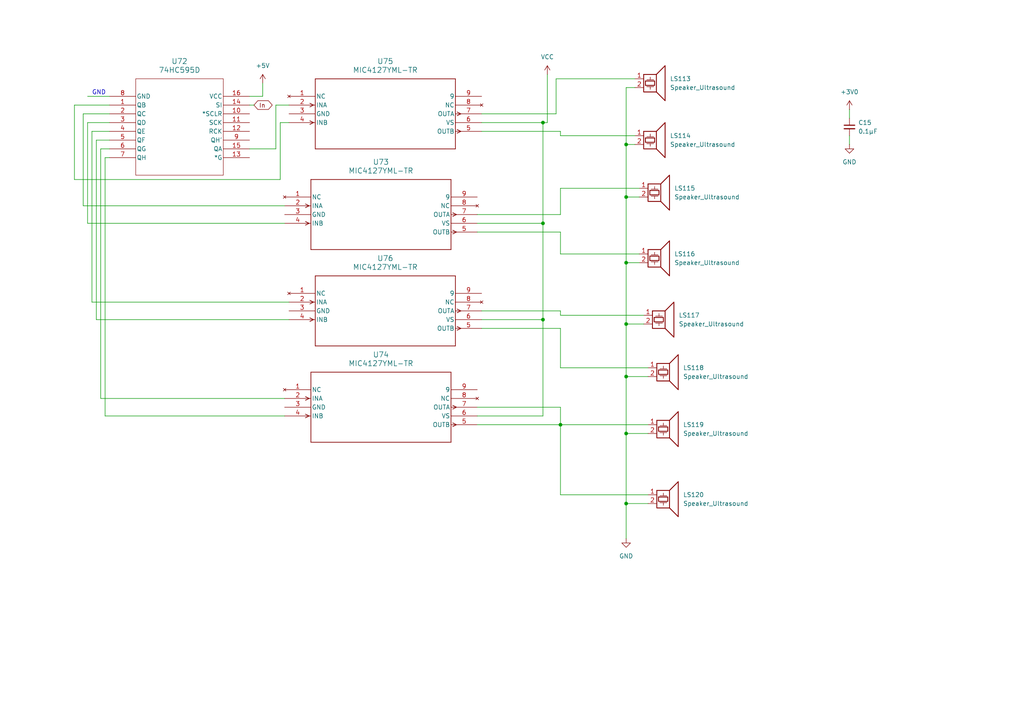
<source format=kicad_sch>
(kicad_sch (version 20250114) (generator "eeschema") (generator_version "9.0")
  (paper "A4")
  (lib_symbols
    (symbol "2025-12-28_09-02-17:MIC4127YML-TR" (pin_names (offset 0.254))
      (property "Reference" "U" (at 27.94 10.16 0))
      (property "Value" "MIC4127YML-TR" (at 27.94 7.62 0))
      (symbol "MIC4127YML-TR_0_1"
        (polyline (pts (xy 7.0993 -2.54) (xy 6.0579 -2.0193)) (stroke (width 0.2032)))
        (polyline (pts (xy 7.0993 -2.54) (xy 6.0579 -3.0607)) (stroke (width 0.2032)))
        (polyline (pts (xy 7.0993 -7.62) (xy 6.0579 -7.0993)) (stroke (width 0.2032)))
        (polyline (pts (xy 7.0993 -7.62) (xy 6.0579 -8.1407)) (stroke (width 0.2032)))
        (polyline (pts (xy 7.62 5.08) (xy 7.62 -15.24)) (stroke (width 0.2032)))
        (polyline (pts (xy 7.62 -15.24) (xy 48.26 -15.24)) (stroke (width 0.2032)))
        (polyline (pts (xy 48.26 5.08) (xy 7.62 5.08)) (stroke (width 0.2032)))
        (polyline (pts (xy 48.26 -15.24) (xy 48.26 5.08)) (stroke (width 0.2032)))
        (polyline (pts (xy 48.7807 -4.5593) (xy 49.8221 -5.08)) (stroke (width 0.2032)))
        (polyline (pts (xy 48.7807 -5.6007) (xy 49.8221 -5.08)) (stroke (width 0.2032)))
        (polyline (pts (xy 48.7807 -9.6393) (xy 49.8221 -10.16)) (stroke (width 0.2032)))
        (polyline (pts (xy 48.7807 -10.6807) (xy 49.8221 -10.16)) (stroke (width 0.2032)))
        (pin no_connect line (at 0 0 0) (length 7.62) (name "NC") (number "1"))
        (pin input line (at 0 -2.54 0) (length 7.62) (name "INA") (number "2"))
        (pin power_in line (at 0 -5.08 0) (length 7.62) (name "GND") (number "3"))
        (pin input line (at 0 -7.62 0) (length 7.62) (name "INB") (number "4"))
        (pin unspecified line (at 55.88 0 180) (length 7.62) (name "9") (number "9"))
        (pin no_connect line (at 55.88 -2.54 180) (length 7.62) (name "NC") (number "8"))
        (pin output line (at 55.88 -5.08 180) (length 7.62) (name "OUTA") (number "7"))
        (pin power_in line (at 55.88 -7.62 180) (length 7.62) (name "VS") (number "6"))
        (pin output line (at 55.88 -10.16 180) (length 7.62) (name "OUTB") (number "5"))
      )
    )
    (symbol "2025-12-28_09-22-42:74HC595D" (pin_names (offset 0.254))
      (property "Reference" "U" (at 20.32 10.16 0))
      (property "Value" "74HC595D" (at 20.32 7.62 0))
      (symbol "74HC595D_0_1"
        (polyline (pts (xy 7.62 5.08) (xy 7.62 -22.86)) (stroke (width 0.127)))
        (polyline (pts (xy 7.62 -22.86) (xy 33.02 -22.86)) (stroke (width 0.127)))
        (polyline (pts (xy 33.02 5.08) (xy 7.62 5.08)) (stroke (width 0.127)))
        (polyline (pts (xy 33.02 -22.86) (xy 33.02 5.08)) (stroke (width 0.127)))
        (pin power_out line (at 0 0 0) (length 7.62) (name "GND") (number "8"))
        (pin output line (at 0 -2.54 0) (length 7.62) (name "QB") (number "1"))
        (pin output line (at 0 -5.08 0) (length 7.62) (name "QC") (number "2"))
        (pin output line (at 0 -7.62 0) (length 7.62) (name "QD") (number "3"))
        (pin output line (at 0 -10.16 0) (length 7.62) (name "QE") (number "4"))
        (pin output line (at 0 -12.7 0) (length 7.62) (name "QF") (number "5"))
        (pin output line (at 0 -15.24 0) (length 7.62) (name "QG") (number "6"))
        (pin output line (at 0 -17.78 0) (length 7.62) (name "QH") (number "7"))
        (pin power_in line (at 40.64 0 180) (length 7.62) (name "VCC") (number "16"))
        (pin input line (at 40.64 -2.54 180) (length 7.62) (name "SI") (number "14"))
        (pin input line (at 40.64 -5.08 180) (length 7.62) (name "*SCLR") (number "10"))
        (pin input line (at 40.64 -7.62 180) (length 7.62) (name "SCK") (number "11"))
        (pin input line (at 40.64 -10.16 180) (length 7.62) (name "RCK") (number "12"))
        (pin output line (at 40.64 -12.7 180) (length 7.62) (name "QH'") (number "9"))
        (pin output line (at 40.64 -15.24 180) (length 7.62) (name "QA") (number "15"))
        (pin input line (at 40.64 -17.78 180) (length 7.62) (name "*G") (number "13"))
      )
    )
    (symbol "Device:C_Small" (pin_numbers (hide yes)) (pin_names (offset 0.254) (hide yes))
      (property "Reference" "C" (at 0.254 1.778 0))
      (property "Value" "C_Small" (at 0.254 -2.032 0))
      (symbol "C_Small_0_1"
        (polyline (pts (xy -1.524 0.508) (xy 1.524 0.508)) (stroke (width 0.3048)))
        (polyline (pts (xy -1.524 -0.508) (xy 1.524 -0.508)) (stroke (width 0.3302)))
      )
      (symbol "C_Small_1_1"
        (pin passive line (at 0 2.54 270) (length 2.032) (name "~") (number "1"))
        (pin passive line (at 0 -2.54 90) (length 2.032) (name "~") (number "2"))
      )
    )
    (symbol "Device:Speaker_Ultrasound" (pin_names (offset 0) (hide yes))
      (property "Reference" "LS" (at 0.635 5.715 0))
      (property "Value" "Speaker_Ultrasound" (at 0.635 3.81 0))
      (symbol "Speaker_Ultrasound_0_0"
        (rectangle (start -2.54 1.27) (end 1.143 -3.81) (stroke (width 0.254)))
        (rectangle (start -2.032 -0.635) (end 0.635 -1.905) (stroke (width 0.254)))
        (polyline (pts (xy -1.651 -0.254) (xy 0.381 -0.254)))
        (polyline (pts (xy -1.651 -2.286) (xy 0.381 -2.286)))
        (polyline (pts (xy -0.635 -0.254) (xy -0.635 0.508)))
        (polyline (pts (xy -0.635 -2.286) (xy -0.635 -3.048)))
        (polyline (pts (xy 1.143 1.27) (xy 3.683 3.81) (xy 3.683 -6.35) (xy 1.143 -3.81)) (stroke (width 0.254)))
      )
      (symbol "Speaker_Ultrasound_1_1"
        (pin input line (at -5.08 0 0) (length 2.54) (name "1") (number "1"))
        (pin input line (at -5.08 -2.54 0) (length 2.54) (name "2") (number "2"))
      )
    )
    (symbol "power:+3V0" (power) (pin_numbers (hide yes)) (pin_names (offset 0) (hide yes))
      (property "Value" "+3V0" (at 0 3.556 0))
      (symbol "+3V0_0_1"
        (polyline (pts (xy -0.762 1.27) (xy 0 2.54)))
        (polyline (pts (xy 0 2.54) (xy 0.762 1.27)))
        (polyline (pts (xy 0 0) (xy 0 2.54)))
      )
      (symbol "+3V0_1_1"
        (pin power_in line (at 0 0 90) (length 0) (name "~") (number "1"))
      )
    )
    (symbol "power:+5V" (power) (pin_numbers (hide yes)) (pin_names (offset 0) (hide yes))
      (property "Value" "+5V" (at 0 3.556 0))
      (symbol "+5V_0_1"
        (polyline (pts (xy -0.762 1.27) (xy 0 2.54)))
        (polyline (pts (xy 0 2.54) (xy 0.762 1.27)))
        (polyline (pts (xy 0 0) (xy 0 2.54)))
      )
      (symbol "+5V_1_1"
        (pin power_in line (at 0 0 90) (length 0) (name "~") (number "1"))
      )
    )
    (symbol "power:GND" (power) (pin_numbers (hide yes)) (pin_names (offset 0) (hide yes))
      (property "Value" "GND" (at 0 -3.81 0))
      (symbol "GND_0_1"
        (polyline (pts (xy 0 0) (xy 0 -1.27) (xy 1.27 -1.27) (xy 0 -2.54) (xy -1.27 -1.27) (xy 0 -1.27)))
      )
      (symbol "GND_1_1"
        (pin power_in line (at 0 0 270) (length 0) (name "~") (number "1"))
      )
    )
    (symbol "power:VCC" (power) (pin_numbers (hide yes)) (pin_names (offset 0) (hide yes))
      (property "Value" "VCC" (at 0 3.556 0))
      (symbol "VCC_0_1"
        (polyline (pts (xy -0.762 1.27) (xy 0 2.54)))
        (polyline (pts (xy 0 2.54) (xy 0.762 1.27)))
        (polyline (pts (xy 0 0) (xy 0 2.54)))
      )
      (symbol "VCC_1_1"
        (pin power_in line (at 0 0 90) (length 0) (name "~") (number "1"))
      )
    )
  )
  (text "GND" (at 28.702 26.924 0) (effects (font (size 1.27 1.27))))
  (junction (at 181.61 146.05))
  (junction (at 181.61 41.91))
  (junction (at 181.61 93.98))
  (junction (at 162.56 123.19))
  (junction (at 157.48 92.71))
  (junction (at 181.61 125.73))
  (junction (at 181.61 76.2))
  (junction (at 181.61 109.22))
  (junction (at 181.61 57.15))
  (junction (at 157.48 64.77))
  (junction (at 157.48 35.56))
  (wire (pts (xy 246.38 31.75) (xy 246.38 34.29)))
  (wire (pts (xy 162.56 91.44) (xy 186.69 91.44)))
  (wire (pts (xy 162.56 67.31) (xy 162.56 73.66)))
  (wire (pts (xy 31.75 33.02) (xy 24.13 33.02)))
  (wire (pts (xy 181.61 41.91) (xy 184.15 41.91)))
  (wire (pts (xy 138.43 118.11) (xy 162.56 118.11)))
  (wire (pts (xy 25.4 27.94) (xy 31.75 27.94)))
  (wire (pts (xy 80.01 30.48) (xy 83.82 30.48)))
  (wire (pts (xy 31.75 38.1) (xy 26.67 38.1)))
  (wire (pts (xy 72.39 43.18) (xy 80.01 43.18)))
  (wire (pts (xy 139.7 95.25) (xy 162.56 95.25)))
  (wire (pts (xy 138.43 120.65) (xy 157.48 120.65)))
  (wire (pts (xy 246.38 39.37) (xy 246.38 41.91)))
  (wire (pts (xy 181.61 57.15) (xy 181.61 76.2)))
  (wire (pts (xy 24.13 33.02) (xy 24.13 59.69)))
  (wire (pts (xy 27.94 40.64) (xy 27.94 92.71)))
  (wire (pts (xy 138.43 62.23) (xy 162.56 62.23)))
  (wire (pts (xy 181.61 125.73) (xy 181.61 146.05)))
  (wire (pts (xy 81.28 35.56) (xy 83.82 35.56)))
  (wire (pts (xy 181.61 93.98) (xy 186.69 93.98)))
  (wire (pts (xy 80.01 43.18) (xy 80.01 30.48)))
  (wire (pts (xy 72.39 27.94) (xy 76.2 27.94)))
  (wire (pts (xy 138.43 64.77) (xy 157.48 64.77)))
  (wire (pts (xy 21.59 52.07) (xy 81.28 52.07)))
  (wire (pts (xy 29.21 43.18) (xy 29.21 115.57)))
  (wire (pts (xy 157.48 92.71) (xy 157.48 120.65)))
  (wire (pts (xy 162.56 95.25) (xy 162.56 106.68)))
  (wire (pts (xy 158.75 21.59) (xy 158.75 35.56)))
  (wire (pts (xy 29.21 115.57) (xy 82.55 115.57)))
  (wire (pts (xy 184.15 25.4) (xy 181.61 25.4)))
  (wire (pts (xy 181.61 93.98) (xy 181.61 109.22)))
  (wire (pts (xy 161.29 33.02) (xy 161.29 22.86)))
  (wire (pts (xy 162.56 143.51) (xy 187.96 143.51)))
  (wire (pts (xy 138.43 123.19) (xy 162.56 123.19)))
  (wire (pts (xy 162.56 123.19) (xy 162.56 143.51)))
  (wire (pts (xy 27.94 92.71) (xy 83.82 92.71)))
  (wire (pts (xy 162.56 54.61) (xy 185.42 54.61)))
  (wire (pts (xy 157.48 35.56) (xy 158.75 35.56)))
  (wire (pts (xy 139.7 38.1) (xy 162.56 38.1)))
  (wire (pts (xy 162.56 106.68) (xy 187.96 106.68)))
  (wire (pts (xy 139.7 92.71) (xy 157.48 92.71)))
  (wire (pts (xy 181.61 125.73) (xy 187.96 125.73)))
  (wire (pts (xy 181.61 76.2) (xy 185.42 76.2)))
  (wire (pts (xy 30.48 45.72) (xy 30.48 120.65)))
  (wire (pts (xy 72.39 30.48) (xy 73.66 30.48)))
  (wire (pts (xy 76.2 24.13) (xy 76.2 27.94)))
  (wire (pts (xy 24.13 59.69) (xy 82.55 59.69)))
  (wire (pts (xy 31.75 45.72) (xy 30.48 45.72)))
  (wire (pts (xy 162.56 123.19) (xy 187.96 123.19)))
  (wire (pts (xy 31.75 40.64) (xy 27.94 40.64)))
  (wire (pts (xy 162.56 39.37) (xy 184.15 39.37)))
  (wire (pts (xy 81.28 52.07) (xy 81.28 35.56)))
  (wire (pts (xy 31.75 43.18) (xy 29.21 43.18)))
  (wire (pts (xy 162.56 38.1) (xy 162.56 39.37)))
  (wire (pts (xy 31.75 30.48) (xy 21.59 30.48)))
  (wire (pts (xy 162.56 118.11) (xy 162.56 123.19)))
  (wire (pts (xy 30.48 120.65) (xy 82.55 120.65)))
  (wire (pts (xy 25.4 64.77) (xy 82.55 64.77)))
  (wire (pts (xy 31.75 35.56) (xy 25.4 35.56)))
  (wire (pts (xy 26.67 87.63) (xy 83.82 87.63)))
  (wire (pts (xy 181.61 57.15) (xy 185.42 57.15)))
  (wire (pts (xy 26.67 38.1) (xy 26.67 87.63)))
  (wire (pts (xy 162.56 62.23) (xy 162.56 54.61)))
  (wire (pts (xy 181.61 109.22) (xy 187.96 109.22)))
  (wire (pts (xy 139.7 35.56) (xy 157.48 35.56)))
  (wire (pts (xy 139.7 90.17) (xy 162.56 90.17)))
  (wire (pts (xy 157.48 64.77) (xy 157.48 92.71)))
  (wire (pts (xy 21.59 30.48) (xy 21.59 52.07)))
  (wire (pts (xy 138.43 67.31) (xy 162.56 67.31)))
  (wire (pts (xy 187.96 146.05) (xy 181.61 146.05)))
  (wire (pts (xy 181.61 76.2) (xy 181.61 93.98)))
  (wire (pts (xy 162.56 90.17) (xy 162.56 91.44)))
  (wire (pts (xy 181.61 109.22) (xy 181.61 125.73)))
  (wire (pts (xy 139.7 33.02) (xy 161.29 33.02)))
  (wire (pts (xy 181.61 41.91) (xy 181.61 57.15)))
  (wire (pts (xy 25.4 35.56) (xy 25.4 64.77)))
  (wire (pts (xy 157.48 35.56) (xy 157.48 64.77)))
  (wire (pts (xy 162.56 73.66) (xy 185.42 73.66)))
  (wire (pts (xy 181.61 25.4) (xy 181.61 41.91)))
  (wire (pts (xy 161.29 22.86) (xy 184.15 22.86)))
  (wire (pts (xy 181.61 146.05) (xy 181.61 156.21)))
  (global_label "In" (shape bidirectional) (at 73.66 30.48 0) (property "Intersheetrefs" "${INTERSHEET_REFS}" (effects (hide yes))))
  (symbol (lib_id "Device:Speaker_Ultrasound") (at 189.23 22.86 0) (unit 1)
    (property "Reference" "LS113" (at 194.31 22.8599 0) (effects (justify left)))
    (property "Value" "Speaker_Ultrasound" (at 194.31 25.3999 0) (effects (justify left)))
    (property "Description" "Ultrasonic transducer" (effects (hide yes)))
  )
  (symbol (lib_id "2025-12-28_09-22-42:74HC595D") (at 31.75 27.94 0) (unit 1)
    (property "Reference" "U72" (at 52.07 17.78 0) (effects (font (size 1.524 1.524))))
    (property "Value" "74HC595D" (at 52.07 20.32 0) (effects (font (size 1.524 1.524))))
    (property "Footprint" "SOIC16_TOS" (effects (hide yes)))
    (property "Datasheet" "https://toshiba.semicon-storage.com/info/docget.jsp?did=36768&prodName=74HC595D" (effects (hide yes)))
  )
  (symbol (lib_id "power:+3V0") (at 246.38 31.75 0) (unit 1)
    (property "Reference" "#PWR074" (effects (hide yes)))
    (property "Value" "+3V0" (at 246.38 26.67 0))
    (property "Description" "Power symbol creates a global label with name \"+3V0\"" (effects (hide yes)))
  )
  (symbol (lib_id "Device:Speaker_Ultrasound") (at 193.04 143.51 0) (unit 1)
    (property "Reference" "LS120" (at 198.12 143.5099 0) (effects (justify left)))
    (property "Value" "Speaker_Ultrasound" (at 198.12 146.0499 0) (effects (justify left)))
    (property "Description" "Ultrasonic transducer" (effects (hide yes)))
  )
  (symbol (lib_id "Device:Speaker_Ultrasound") (at 189.23 39.37 0) (unit 1)
    (property "Reference" "LS114" (at 194.31 39.3699 0) (effects (justify left)))
    (property "Value" "Speaker_Ultrasound" (at 194.31 41.9099 0) (effects (justify left)))
    (property "Description" "Ultrasonic transducer" (effects (hide yes)))
  )
  (symbol (lib_id "power:VCC") (at 158.75 21.59 0) (unit 1)
    (property "Reference" "#PWR072" (effects (hide yes)))
    (property "Value" "VCC" (at 158.75 16.51 0))
    (property "Description" "Power symbol creates a global label with name \"VCC\"" (effects (hide yes)))
  )
  (symbol (lib_id "Device:Speaker_Ultrasound") (at 191.77 91.44 0) (unit 1)
    (property "Reference" "LS117" (at 196.85 91.4399 0) (effects (justify left)))
    (property "Value" "Speaker_Ultrasound" (at 196.85 93.9799 0) (effects (justify left)))
    (property "Description" "Ultrasonic transducer" (effects (hide yes)))
  )
  (symbol (lib_id "power:GND") (at 246.38 41.91 0) (unit 1)
    (property "Reference" "#PWR075" (effects (hide yes)))
    (property "Value" "GND" (at 246.38 46.99 0))
    (property "Description" "Power symbol creates a global label with name \"GND\" , ground" (effects (hide yes)))
  )
  (symbol (lib_id "Device:Speaker_Ultrasound") (at 190.5 73.66 0) (unit 1)
    (property "Reference" "LS116" (at 195.58 73.6599 0) (effects (justify left)))
    (property "Value" "Speaker_Ultrasound" (at 195.58 76.1999 0) (effects (justify left)))
    (property "Description" "Ultrasonic transducer" (effects (hide yes)))
  )
  (symbol (lib_id "Device:Speaker_Ultrasound") (at 193.04 106.68 0) (unit 1)
    (property "Reference" "LS118" (at 198.12 106.6799 0) (effects (justify left)))
    (property "Value" "Speaker_Ultrasound" (at 198.12 109.2199 0) (effects (justify left)))
    (property "Description" "Ultrasonic transducer" (effects (hide yes)))
  )
  (symbol (lib_id "Device:Speaker_Ultrasound") (at 190.5 54.61 0) (unit 1)
    (property "Reference" "LS115" (at 195.58 54.6099 0) (effects (justify left)))
    (property "Value" "Speaker_Ultrasound" (at 195.58 57.1499 0) (effects (justify left)))
    (property "Description" "Ultrasonic transducer" (effects (hide yes)))
  )
  (symbol (lib_id "Device:Speaker_Ultrasound") (at 193.04 123.19 0) (unit 1)
    (property "Reference" "LS119" (at 198.12 123.1899 0) (effects (justify left)))
    (property "Value" "Speaker_Ultrasound" (at 198.12 125.7299 0) (effects (justify left)))
    (property "Description" "Ultrasonic transducer" (effects (hide yes)))
  )
  (symbol (lib_id "2025-12-28_09-02-17:MIC4127YML-TR") (at 82.55 57.15 0) (unit 1)
    (property "Reference" "U73" (at 110.49 46.99 0) (effects (font (size 1.524 1.524))))
    (property "Value" "MIC4127YML-TR" (at 110.49 49.53 0) (effects (font (size 1.524 1.524))))
    (property "Footprint" "MLF-8_ML_MCH" (effects (hide yes)))
    (property "Datasheet" "MIC4127YML-TR" (effects (hide yes)))
  )
  (symbol (lib_id "2025-12-28_09-02-17:MIC4127YML-TR") (at 83.82 85.09 0) (unit 1)
    (property "Reference" "U76" (at 111.76 74.93 0) (effects (font (size 1.524 1.524))))
    (property "Value" "MIC4127YML-TR" (at 111.76 77.47 0) (effects (font (size 1.524 1.524))))
    (property "Footprint" "MLF-8_ML_MCH" (effects (hide yes)))
    (property "Datasheet" "MIC4127YML-TR" (effects (hide yes)))
  )
  (symbol (lib_id "power:GND") (at 181.61 156.21 0) (unit 1)
    (property "Reference" "#PWR073" (effects (hide yes)))
    (property "Value" "GND" (at 181.61 161.29 0))
    (property "Description" "Power symbol creates a global label with name \"GND\" , ground" (effects (hide yes)))
  )
  (symbol (lib_id "2025-12-28_09-02-17:MIC4127YML-TR") (at 83.82 27.94 0) (unit 1)
    (property "Reference" "U75" (at 111.76 17.78 0) (effects (font (size 1.524 1.524))))
    (property "Value" "MIC4127YML-TR" (at 111.76 20.32 0) (effects (font (size 1.524 1.524))))
    (property "Footprint" "MLF-8_ML_MCH" (effects (hide yes)))
    (property "Datasheet" "MIC4127YML-TR" (effects (hide yes)))
  )
  (symbol (lib_id "Device:C_Small") (at 246.38 36.83 0) (unit 1)
    (property "Reference" "C15" (at 248.92 35.5662 0) (effects (justify left)))
    (property "Value" "0.1μF" (at 248.92 38.1062 0) (effects (justify left)))
    (property "Description" "Unpolarized capacitor, small symbol" (effects (hide yes)))
  )
  (symbol (lib_id "power:+5V") (at 76.2 24.13 0) (unit 1)
    (property "Reference" "#PWR071" (effects (hide yes)))
    (property "Value" "+5V" (at 76.2 19.05 0))
    (property "Description" "Power symbol creates a global label with name \"+5V\"" (effects (hide yes)))
  )
  (symbol (lib_id "2025-12-28_09-02-17:MIC4127YML-TR") (at 82.55 113.03 0) (unit 1)
    (property "Reference" "U74" (at 110.49 102.87 0) (effects (font (size 1.524 1.524))))
    (property "Value" "MIC4127YML-TR" (at 110.49 105.41 0) (effects (font (size 1.524 1.524))))
    (property "Footprint" "MLF-8_ML_MCH" (effects (hide yes)))
    (property "Datasheet" "MIC4127YML-TR" (effects (hide yes)))
  )
)
</source>
